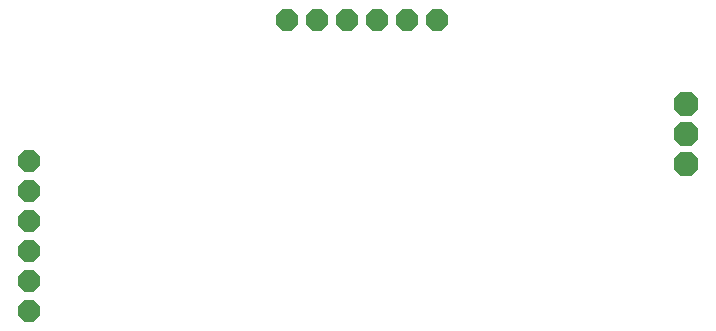
<source format=gbs>
G04 EAGLE Gerber RS-274X export*
G75*
%MOMM*%
%FSLAX34Y34*%
%LPD*%
%INBottom Solder Mask*%
%IPPOS*%
%AMOC8*
5,1,8,0,0,1.08239X$1,22.5*%
G01*
%ADD10P,2.061953X8X22.500000*%
%ADD11P,2.226909X8X292.500000*%
%ADD12P,2.061953X8X112.500000*%


D10*
X299720Y447040D03*
X274320Y447040D03*
X248920Y447040D03*
X325120Y447040D03*
X350520Y447040D03*
X375920Y447040D03*
D11*
X586740Y350520D03*
X586740Y375920D03*
X586740Y325120D03*
D12*
X30480Y251460D03*
X30480Y226060D03*
X30480Y200660D03*
X30480Y276860D03*
X30480Y302260D03*
X30480Y327660D03*
M02*

</source>
